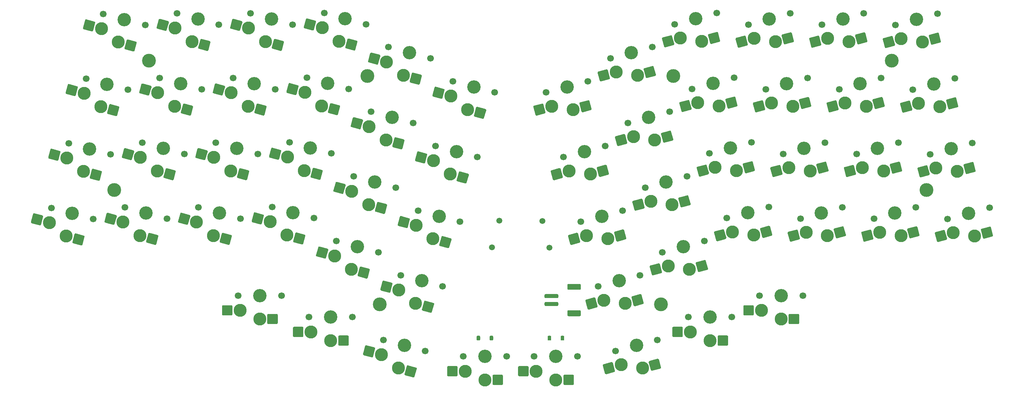
<source format=gbs>
G04 #@! TF.GenerationSoftware,KiCad,Pcbnew,7.0.9-7.0.9~ubuntu22.04.1*
G04 #@! TF.CreationDate,2023-12-21T13:29:14+01:00*
G04 #@! TF.ProjectId,ergo56,6572676f-3536-42e6-9b69-6361645f7063,0.1*
G04 #@! TF.SameCoordinates,Original*
G04 #@! TF.FileFunction,Soldermask,Bot*
G04 #@! TF.FilePolarity,Negative*
%FSLAX46Y46*%
G04 Gerber Fmt 4.6, Leading zero omitted, Abs format (unit mm)*
G04 Created by KiCad (PCBNEW 7.0.9-7.0.9~ubuntu22.04.1) date 2023-12-21 13:29:14*
%MOMM*%
%LPD*%
G01*
G04 APERTURE LIST*
%ADD10C,1.500000*%
%ADD11C,3.500000*%
%ADD12C,1.700000*%
%ADD13C,3.400000*%
%ADD14C,3.300000*%
G04 APERTURE END LIST*
D10*
X142971411Y-103387234D03*
X141159678Y-110148715D03*
D11*
X251294969Y-95575136D03*
X112672016Y-124571755D03*
X242495081Y-62733607D03*
X187139552Y-66624529D03*
D10*
X153924918Y-103401916D03*
X155736651Y-110163397D03*
D11*
X54194961Y-62692513D03*
X109539210Y-66624587D03*
X184007067Y-124571747D03*
X45395136Y-95534008D03*
D12*
X211301086Y-99857002D03*
D13*
X205988494Y-101280507D03*
D12*
X200675902Y-102704012D03*
D14*
X202129436Y-106196824D03*
G36*
G01*
X200005687Y-105689194D02*
X200544031Y-107698320D01*
G75*
G02*
X200360183Y-108016754I-251141J-67293D01*
G01*
X198302761Y-108568038D01*
G75*
G02*
X197984327Y-108384190I-67293J251141D01*
G01*
X197445983Y-106375064D01*
G75*
G02*
X197629831Y-106056630I251141J67293D01*
G01*
X199687253Y-105505346D01*
G75*
G02*
X200005687Y-105689194I67293J-251141D01*
G01*
G37*
G36*
G01*
X211673577Y-104840400D02*
X212211921Y-106849526D01*
G75*
G02*
X212028073Y-107167960I-251141J-67293D01*
G01*
X209970651Y-107719244D01*
G75*
G02*
X209652217Y-107535396I-67293J251141D01*
G01*
X209113873Y-105526270D01*
G75*
G02*
X209297721Y-105207836I251141J67293D01*
G01*
X211355143Y-104656552D01*
G75*
G02*
X211673577Y-104840400I67293J-251141D01*
G01*
G37*
X207528467Y-107027766D03*
D12*
X229961814Y-99953153D03*
D13*
X224649222Y-101376658D03*
D12*
X219336630Y-102800163D03*
D14*
X220790164Y-106292975D03*
G36*
G01*
X218666415Y-105785345D02*
X219204759Y-107794471D01*
G75*
G02*
X219020911Y-108112905I-251141J-67293D01*
G01*
X216963489Y-108664189D01*
G75*
G02*
X216645055Y-108480341I-67293J251141D01*
G01*
X216106711Y-106471215D01*
G75*
G02*
X216290559Y-106152781I251141J67293D01*
G01*
X218347981Y-105601497D01*
G75*
G02*
X218666415Y-105785345I67293J-251141D01*
G01*
G37*
G36*
G01*
X230334305Y-104936551D02*
X230872649Y-106945677D01*
G75*
G02*
X230688801Y-107264111I-251141J-67293D01*
G01*
X228631379Y-107815395D01*
G75*
G02*
X228312945Y-107631547I-67293J251141D01*
G01*
X227774601Y-105622421D01*
G75*
G02*
X227958449Y-105303987I251141J67293D01*
G01*
X230015871Y-104752703D01*
G75*
G02*
X230334305Y-104936551I67293J-251141D01*
G01*
G37*
X226189195Y-107123917D03*
D12*
X248598641Y-99960057D03*
D13*
X243286049Y-101383562D03*
D12*
X237973457Y-102807067D03*
D14*
X239426991Y-106299879D03*
G36*
G01*
X237303242Y-105792249D02*
X237841586Y-107801375D01*
G75*
G02*
X237657738Y-108119809I-251141J-67293D01*
G01*
X235600316Y-108671093D01*
G75*
G02*
X235281882Y-108487245I-67293J251141D01*
G01*
X234743538Y-106478119D01*
G75*
G02*
X234927386Y-106159685I251141J67293D01*
G01*
X236984808Y-105608401D01*
G75*
G02*
X237303242Y-105792249I67293J-251141D01*
G01*
G37*
G36*
G01*
X248971132Y-104943455D02*
X249509476Y-106952581D01*
G75*
G02*
X249325628Y-107271015I-251141J-67293D01*
G01*
X247268206Y-107822299D01*
G75*
G02*
X246949772Y-107638451I-67293J251141D01*
G01*
X246411428Y-105629325D01*
G75*
G02*
X246595276Y-105310891I251141J67293D01*
G01*
X248652698Y-104759607D01*
G75*
G02*
X248971132Y-104943455I67293J-251141D01*
G01*
G37*
X244826022Y-107130821D03*
D12*
X267259381Y-100056207D03*
D13*
X261946789Y-101479712D03*
D12*
X256634197Y-102903217D03*
D14*
X258087731Y-106396029D03*
G36*
G01*
X255963982Y-105888399D02*
X256502326Y-107897525D01*
G75*
G02*
X256318478Y-108215959I-251141J-67293D01*
G01*
X254261056Y-108767243D01*
G75*
G02*
X253942622Y-108583395I-67293J251141D01*
G01*
X253404278Y-106574269D01*
G75*
G02*
X253588126Y-106255835I251141J67293D01*
G01*
X255645548Y-105704551D01*
G75*
G02*
X255963982Y-105888399I67293J-251141D01*
G01*
G37*
G36*
G01*
X267631872Y-105039605D02*
X268170216Y-107048731D01*
G75*
G02*
X267986368Y-107367165I-251141J-67293D01*
G01*
X265928946Y-107918449D01*
G75*
G02*
X265610512Y-107734601I-67293J251141D01*
G01*
X265072168Y-105725475D01*
G75*
G02*
X265256016Y-105407041I251141J67293D01*
G01*
X267313438Y-104855757D01*
G75*
G02*
X267631872Y-105039605I67293J-251141D01*
G01*
G37*
X263486762Y-107226971D03*
D12*
X44455848Y-86523604D03*
D13*
X39143256Y-85100099D03*
D12*
X33830664Y-83676594D03*
D14*
X33343055Y-87428226D03*
G36*
G01*
X31757650Y-85926730D02*
X31219306Y-87935856D01*
G75*
G02*
X30900872Y-88119704I-251141J67293D01*
G01*
X28843450Y-87568420D01*
G75*
G02*
X28659602Y-87249986I67293J251141D01*
G01*
X29197946Y-85240860D01*
G75*
G02*
X29516380Y-85057012I251141J-67293D01*
G01*
X31573802Y-85608296D01*
G75*
G02*
X31757650Y-85926730I-67293J-251141D01*
G01*
G37*
G36*
G01*
X42286736Y-91025597D02*
X41748392Y-93034723D01*
G75*
G02*
X41429958Y-93218571I-251141J67293D01*
G01*
X39372536Y-92667287D01*
G75*
G02*
X39188688Y-92348853I67293J251141D01*
G01*
X39727032Y-90339727D01*
G75*
G02*
X40045466Y-90155879I251141J-67293D01*
G01*
X42102888Y-90707163D01*
G75*
G02*
X42286736Y-91025597I-67293J-251141D01*
G01*
G37*
X37603283Y-90847358D03*
D12*
X63127710Y-86385915D03*
D13*
X57815118Y-84962410D03*
D12*
X52502526Y-83538905D03*
D14*
X52014917Y-87290537D03*
G36*
G01*
X50429512Y-85789041D02*
X49891168Y-87798167D01*
G75*
G02*
X49572734Y-87982015I-251141J67293D01*
G01*
X47515312Y-87430731D01*
G75*
G02*
X47331464Y-87112297I67293J251141D01*
G01*
X47869808Y-85103171D01*
G75*
G02*
X48188242Y-84919323I251141J-67293D01*
G01*
X50245664Y-85470607D01*
G75*
G02*
X50429512Y-85789041I-67293J-251141D01*
G01*
G37*
G36*
G01*
X60958598Y-90887908D02*
X60420254Y-92897034D01*
G75*
G02*
X60101820Y-93080882I-251141J67293D01*
G01*
X58044398Y-92529598D01*
G75*
G02*
X57860550Y-92211164I67293J251141D01*
G01*
X58398894Y-90202038D01*
G75*
G02*
X58717328Y-90018190I251141J-67293D01*
G01*
X60774750Y-90569474D01*
G75*
G02*
X60958598Y-90887908I-67293J-251141D01*
G01*
G37*
X56275145Y-90709669D03*
D12*
X81764420Y-86379414D03*
D13*
X76451828Y-84955909D03*
D12*
X71139236Y-83532404D03*
D14*
X70651627Y-87284036D03*
G36*
G01*
X69066222Y-85782540D02*
X68527878Y-87791666D01*
G75*
G02*
X68209444Y-87975514I-251141J67293D01*
G01*
X66152022Y-87424230D01*
G75*
G02*
X65968174Y-87105796I67293J251141D01*
G01*
X66506518Y-85096670D01*
G75*
G02*
X66824952Y-84912822I251141J-67293D01*
G01*
X68882374Y-85464106D01*
G75*
G02*
X69066222Y-85782540I-67293J-251141D01*
G01*
G37*
G36*
G01*
X79595308Y-90881407D02*
X79056964Y-92890533D01*
G75*
G02*
X78738530Y-93074381I-251141J67293D01*
G01*
X76681108Y-92523097D01*
G75*
G02*
X76497260Y-92204663I67293J251141D01*
G01*
X77035604Y-90195537D01*
G75*
G02*
X77354038Y-90011689I251141J-67293D01*
G01*
X79411460Y-90562973D01*
G75*
G02*
X79595308Y-90881407I-67293J-251141D01*
G01*
G37*
X74911855Y-90703168D03*
D12*
X116736261Y-94956036D03*
D13*
X111423669Y-93532531D03*
D12*
X106111077Y-92109026D03*
D14*
X105623468Y-95860658D03*
G36*
G01*
X104038063Y-94359162D02*
X103499719Y-96368288D01*
G75*
G02*
X103181285Y-96552136I-251141J67293D01*
G01*
X101123863Y-96000852D01*
G75*
G02*
X100940015Y-95682418I67293J251141D01*
G01*
X101478359Y-93673292D01*
G75*
G02*
X101796793Y-93489444I251141J-67293D01*
G01*
X103854215Y-94040728D01*
G75*
G02*
X104038063Y-94359162I-67293J-251141D01*
G01*
G37*
G36*
G01*
X114567149Y-99458029D02*
X114028805Y-101467155D01*
G75*
G02*
X113710371Y-101651003I-251141J67293D01*
G01*
X111652949Y-101099719D01*
G75*
G02*
X111469101Y-100781285I67293J251141D01*
G01*
X112007445Y-98772159D01*
G75*
G02*
X112325879Y-98588311I251141J-67293D01*
G01*
X114383301Y-99139595D01*
G75*
G02*
X114567149Y-99458029I-67293J-251141D01*
G01*
G37*
X109883696Y-99279790D03*
D12*
X133047381Y-103628815D03*
D13*
X127734789Y-102205310D03*
D12*
X122422197Y-100781805D03*
D14*
X121934588Y-104533437D03*
G36*
G01*
X120349183Y-103031941D02*
X119810839Y-105041067D01*
G75*
G02*
X119492405Y-105224915I-251141J67293D01*
G01*
X117434983Y-104673631D01*
G75*
G02*
X117251135Y-104355197I67293J251141D01*
G01*
X117789479Y-102346071D01*
G75*
G02*
X118107913Y-102162223I251141J-67293D01*
G01*
X120165335Y-102713507D01*
G75*
G02*
X120349183Y-103031941I-67293J-251141D01*
G01*
G37*
G36*
G01*
X130878269Y-108130808D02*
X130339925Y-110139934D01*
G75*
G02*
X130021491Y-110323782I-251141J67293D01*
G01*
X127964069Y-109772498D01*
G75*
G02*
X127780221Y-109454064I67293J251141D01*
G01*
X128318565Y-107444938D01*
G75*
G02*
X128636999Y-107261090I251141J-67293D01*
G01*
X130694421Y-107812374D01*
G75*
G02*
X130878269Y-108130808I-67293J-251141D01*
G01*
G37*
X126194816Y-107952569D03*
D12*
X174278945Y-100781800D03*
D13*
X168966353Y-102205305D03*
D12*
X163653761Y-103628810D03*
D14*
X165107295Y-107121622D03*
G36*
G01*
X162983546Y-106613992D02*
X163521890Y-108623118D01*
G75*
G02*
X163338042Y-108941552I-251141J-67293D01*
G01*
X161280620Y-109492836D01*
G75*
G02*
X160962186Y-109308988I-67293J251141D01*
G01*
X160423842Y-107299862D01*
G75*
G02*
X160607690Y-106981428I251141J67293D01*
G01*
X162665112Y-106430144D01*
G75*
G02*
X162983546Y-106613992I67293J-251141D01*
G01*
G37*
G36*
G01*
X174651436Y-105765198D02*
X175189780Y-107774324D01*
G75*
G02*
X175005932Y-108092758I-251141J-67293D01*
G01*
X172948510Y-108644042D01*
G75*
G02*
X172630076Y-108460194I-67293J251141D01*
G01*
X172091732Y-106451068D01*
G75*
G02*
X172275580Y-106132634I251141J67293D01*
G01*
X174333002Y-105581350D01*
G75*
G02*
X174651436Y-105765198I67293J-251141D01*
G01*
G37*
X170506326Y-107952564D03*
D12*
X137447294Y-87208078D03*
D13*
X132134702Y-85784573D03*
D12*
X126822110Y-84361068D03*
D14*
X126334501Y-88112700D03*
G36*
G01*
X124749096Y-86611204D02*
X124210752Y-88620330D01*
G75*
G02*
X123892318Y-88804178I-251141J67293D01*
G01*
X121834896Y-88252894D01*
G75*
G02*
X121651048Y-87934460I67293J251141D01*
G01*
X122189392Y-85925334D01*
G75*
G02*
X122507826Y-85741486I251141J-67293D01*
G01*
X124565248Y-86292770D01*
G75*
G02*
X124749096Y-86611204I-67293J-251141D01*
G01*
G37*
G36*
G01*
X135278182Y-91710071D02*
X134739838Y-93719197D01*
G75*
G02*
X134421404Y-93903045I-251141J67293D01*
G01*
X132363982Y-93351761D01*
G75*
G02*
X132180134Y-93033327I67293J251141D01*
G01*
X132718478Y-91024201D01*
G75*
G02*
X133036912Y-90840353I251141J-67293D01*
G01*
X135094334Y-91391637D01*
G75*
G02*
X135278182Y-91710071I-67293J-251141D01*
G01*
G37*
X130594729Y-91531832D03*
D12*
X100425155Y-86283271D03*
D13*
X95112563Y-84859766D03*
D12*
X89799971Y-83436261D03*
D14*
X89312362Y-87187893D03*
G36*
G01*
X87726957Y-85686397D02*
X87188613Y-87695523D01*
G75*
G02*
X86870179Y-87879371I-251141J67293D01*
G01*
X84812757Y-87328087D01*
G75*
G02*
X84628909Y-87009653I67293J251141D01*
G01*
X85167253Y-85000527D01*
G75*
G02*
X85485687Y-84816679I251141J-67293D01*
G01*
X87543109Y-85367963D01*
G75*
G02*
X87726957Y-85686397I-67293J-251141D01*
G01*
G37*
G36*
G01*
X98256043Y-90785264D02*
X97717699Y-92794390D01*
G75*
G02*
X97399265Y-92978238I-251141J67293D01*
G01*
X95341843Y-92426954D01*
G75*
G02*
X95157995Y-92108520I67293J251141D01*
G01*
X95696339Y-90099394D01*
G75*
G02*
X96014773Y-89915546I251141J-67293D01*
G01*
X98072195Y-90466830D01*
G75*
G02*
X98256043Y-90785264I-67293J-251141D01*
G01*
G37*
X93572590Y-90607025D03*
D12*
X190590053Y-92109034D03*
D13*
X185277461Y-93532539D03*
D12*
X179964869Y-94956044D03*
D14*
X181418403Y-98448856D03*
G36*
G01*
X179294654Y-97941226D02*
X179832998Y-99950352D01*
G75*
G02*
X179649150Y-100268786I-251141J-67293D01*
G01*
X177591728Y-100820070D01*
G75*
G02*
X177273294Y-100636222I-67293J251141D01*
G01*
X176734950Y-98627096D01*
G75*
G02*
X176918798Y-98308662I251141J67293D01*
G01*
X178976220Y-97757378D01*
G75*
G02*
X179294654Y-97941226I67293J-251141D01*
G01*
G37*
G36*
G01*
X190962544Y-97092432D02*
X191500888Y-99101558D01*
G75*
G02*
X191317040Y-99419992I-251141J-67293D01*
G01*
X189259618Y-99971276D01*
G75*
G02*
X188941184Y-99787428I-67293J251141D01*
G01*
X188402840Y-97778302D01*
G75*
G02*
X188586688Y-97459868I251141J67293D01*
G01*
X190644110Y-96908584D01*
G75*
G02*
X190962544Y-97092432I67293J-251141D01*
G01*
G37*
X186817434Y-99279798D03*
D12*
X206901169Y-83436261D03*
D13*
X201588577Y-84859766D03*
D12*
X196275985Y-86283271D03*
D14*
X197729519Y-89776083D03*
G36*
G01*
X195605770Y-89268453D02*
X196144114Y-91277579D01*
G75*
G02*
X195960266Y-91596013I-251141J-67293D01*
G01*
X193902844Y-92147297D01*
G75*
G02*
X193584410Y-91963449I-67293J251141D01*
G01*
X193046066Y-89954323D01*
G75*
G02*
X193229914Y-89635889I251141J67293D01*
G01*
X195287336Y-89084605D01*
G75*
G02*
X195605770Y-89268453I67293J-251141D01*
G01*
G37*
G36*
G01*
X207273660Y-88419659D02*
X207812004Y-90428785D01*
G75*
G02*
X207628156Y-90747219I-251141J-67293D01*
G01*
X205570734Y-91298503D01*
G75*
G02*
X205252300Y-91114655I-67293J251141D01*
G01*
X204713956Y-89105529D01*
G75*
G02*
X204897804Y-88787095I251141J67293D01*
G01*
X206955226Y-88235811D01*
G75*
G02*
X207273660Y-88419659I67293J-251141D01*
G01*
G37*
X203128550Y-90607025D03*
D12*
X225561905Y-83532411D03*
D13*
X220249313Y-84955916D03*
D12*
X214936721Y-86379421D03*
D14*
X216390255Y-89872233D03*
G36*
G01*
X214266506Y-89364603D02*
X214804850Y-91373729D01*
G75*
G02*
X214621002Y-91692163I-251141J-67293D01*
G01*
X212563580Y-92243447D01*
G75*
G02*
X212245146Y-92059599I-67293J251141D01*
G01*
X211706802Y-90050473D01*
G75*
G02*
X211890650Y-89732039I251141J67293D01*
G01*
X213948072Y-89180755D01*
G75*
G02*
X214266506Y-89364603I67293J-251141D01*
G01*
G37*
G36*
G01*
X225934396Y-88515809D02*
X226472740Y-90524935D01*
G75*
G02*
X226288892Y-90843369I-251141J-67293D01*
G01*
X224231470Y-91394653D01*
G75*
G02*
X223913036Y-91210805I-67293J251141D01*
G01*
X223374692Y-89201679D01*
G75*
G02*
X223558540Y-88883245I251141J67293D01*
G01*
X225615962Y-88331961D01*
G75*
G02*
X225934396Y-88515809I67293J-251141D01*
G01*
G37*
X221789286Y-90703175D03*
D12*
X244198716Y-83539319D03*
D13*
X238886124Y-84962824D03*
D12*
X233573532Y-86386329D03*
D14*
X235027066Y-89879141D03*
G36*
G01*
X232903317Y-89371511D02*
X233441661Y-91380637D01*
G75*
G02*
X233257813Y-91699071I-251141J-67293D01*
G01*
X231200391Y-92250355D01*
G75*
G02*
X230881957Y-92066507I-67293J251141D01*
G01*
X230343613Y-90057381D01*
G75*
G02*
X230527461Y-89738947I251141J67293D01*
G01*
X232584883Y-89187663D01*
G75*
G02*
X232903317Y-89371511I67293J-251141D01*
G01*
G37*
G36*
G01*
X244571207Y-88522717D02*
X245109551Y-90531843D01*
G75*
G02*
X244925703Y-90850277I-251141J-67293D01*
G01*
X242868281Y-91401561D01*
G75*
G02*
X242549847Y-91217713I-67293J251141D01*
G01*
X242011503Y-89208587D01*
G75*
G02*
X242195351Y-88890153I251141J67293D01*
G01*
X244252773Y-88338869D01*
G75*
G02*
X244571207Y-88522717I67293J-251141D01*
G01*
G37*
X240426097Y-90710083D03*
D12*
X262859459Y-83635467D03*
D13*
X257546867Y-85058972D03*
D12*
X252234275Y-86482477D03*
D14*
X253687809Y-89975289D03*
G36*
G01*
X251564060Y-89467659D02*
X252102404Y-91476785D01*
G75*
G02*
X251918556Y-91795219I-251141J-67293D01*
G01*
X249861134Y-92346503D01*
G75*
G02*
X249542700Y-92162655I-67293J251141D01*
G01*
X249004356Y-90153529D01*
G75*
G02*
X249188204Y-89835095I251141J67293D01*
G01*
X251245626Y-89283811D01*
G75*
G02*
X251564060Y-89467659I67293J-251141D01*
G01*
G37*
G36*
G01*
X263231950Y-88618865D02*
X263770294Y-90627991D01*
G75*
G02*
X263586446Y-90946425I-251141J-67293D01*
G01*
X261529024Y-91497709D01*
G75*
G02*
X261210590Y-91313861I-67293J251141D01*
G01*
X260672246Y-89304735D01*
G75*
G02*
X260856094Y-88986301I251141J67293D01*
G01*
X262913516Y-88435017D01*
G75*
G02*
X263231950Y-88618865I67293J-251141D01*
G01*
G37*
X259086840Y-90806231D03*
D12*
X48855772Y-70102858D03*
D13*
X43543180Y-68679353D03*
D12*
X38230588Y-67255848D03*
D14*
X37742979Y-71007480D03*
G36*
G01*
X36157574Y-69505984D02*
X35619230Y-71515110D01*
G75*
G02*
X35300796Y-71698958I-251141J67293D01*
G01*
X33243374Y-71147674D01*
G75*
G02*
X33059526Y-70829240I67293J251141D01*
G01*
X33597870Y-68820114D01*
G75*
G02*
X33916304Y-68636266I251141J-67293D01*
G01*
X35973726Y-69187550D01*
G75*
G02*
X36157574Y-69505984I-67293J-251141D01*
G01*
G37*
G36*
G01*
X46686660Y-74604851D02*
X46148316Y-76613977D01*
G75*
G02*
X45829882Y-76797825I-251141J67293D01*
G01*
X43772460Y-76246541D01*
G75*
G02*
X43588612Y-75928107I67293J251141D01*
G01*
X44126956Y-73918981D01*
G75*
G02*
X44445390Y-73735133I251141J-67293D01*
G01*
X46502812Y-74286417D01*
G75*
G02*
X46686660Y-74604851I-67293J-251141D01*
G01*
G37*
X42003207Y-74426612D03*
D12*
X183078809Y-133622963D03*
D13*
X177766217Y-135046468D03*
D12*
X172453625Y-136469973D03*
D14*
X173907159Y-139962785D03*
G36*
G01*
X171783410Y-139455155D02*
X172321754Y-141464281D01*
G75*
G02*
X172137906Y-141782715I-251141J-67293D01*
G01*
X170080484Y-142333999D01*
G75*
G02*
X169762050Y-142150151I-67293J251141D01*
G01*
X169223706Y-140141025D01*
G75*
G02*
X169407554Y-139822591I251141J67293D01*
G01*
X171464976Y-139271307D01*
G75*
G02*
X171783410Y-139455155I67293J-251141D01*
G01*
G37*
G36*
G01*
X183451300Y-138606361D02*
X183989644Y-140615487D01*
G75*
G02*
X183805796Y-140933921I-251141J-67293D01*
G01*
X181748374Y-141485205D01*
G75*
G02*
X181429940Y-141301357I-67293J251141D01*
G01*
X180891596Y-139292231D01*
G75*
G02*
X181075444Y-138973797I251141J67293D01*
G01*
X183132866Y-138422513D01*
G75*
G02*
X183451300Y-138606361I67293J-251141D01*
G01*
G37*
X179306190Y-140793727D03*
D12*
X67527634Y-69965183D03*
D13*
X62215042Y-68541678D03*
D12*
X56902450Y-67118173D03*
D14*
X56414841Y-70869805D03*
G36*
G01*
X54829436Y-69368309D02*
X54291092Y-71377435D01*
G75*
G02*
X53972658Y-71561283I-251141J67293D01*
G01*
X51915236Y-71009999D01*
G75*
G02*
X51731388Y-70691565I67293J251141D01*
G01*
X52269732Y-68682439D01*
G75*
G02*
X52588166Y-68498591I251141J-67293D01*
G01*
X54645588Y-69049875D01*
G75*
G02*
X54829436Y-69368309I-67293J-251141D01*
G01*
G37*
G36*
G01*
X65358522Y-74467176D02*
X64820178Y-76476302D01*
G75*
G02*
X64501744Y-76660150I-251141J67293D01*
G01*
X62444322Y-76108866D01*
G75*
G02*
X62260474Y-75790432I67293J251141D01*
G01*
X62798818Y-73781306D01*
G75*
G02*
X63117252Y-73597458I251141J-67293D01*
G01*
X65174674Y-74148742D01*
G75*
G02*
X65358522Y-74467176I-67293J-251141D01*
G01*
G37*
X60675069Y-74288937D03*
D12*
X258459519Y-67214719D03*
D13*
X253146927Y-68638224D03*
D12*
X247834335Y-70061729D03*
D14*
X249287869Y-73554541D03*
G36*
G01*
X247164120Y-73046911D02*
X247702464Y-75056037D01*
G75*
G02*
X247518616Y-75374471I-251141J-67293D01*
G01*
X245461194Y-75925755D01*
G75*
G02*
X245142760Y-75741907I-67293J251141D01*
G01*
X244604416Y-73732781D01*
G75*
G02*
X244788264Y-73414347I251141J67293D01*
G01*
X246845686Y-72863063D01*
G75*
G02*
X247164120Y-73046911I67293J-251141D01*
G01*
G37*
G36*
G01*
X258832010Y-72198117D02*
X259370354Y-74207243D01*
G75*
G02*
X259186506Y-74525677I-251141J-67293D01*
G01*
X257129084Y-75076961D01*
G75*
G02*
X256810650Y-74893113I-67293J251141D01*
G01*
X256272306Y-72883987D01*
G75*
G02*
X256456154Y-72565553I251141J67293D01*
G01*
X258513576Y-72014269D01*
G75*
G02*
X258832010Y-72198117I67293J-251141D01*
G01*
G37*
X254686900Y-74385483D03*
D12*
X186190134Y-75688295D03*
D13*
X180877542Y-77111800D03*
D12*
X175564950Y-78535305D03*
D14*
X177018484Y-82028117D03*
G36*
G01*
X174894735Y-81520487D02*
X175433079Y-83529613D01*
G75*
G02*
X175249231Y-83848047I-251141J-67293D01*
G01*
X173191809Y-84399331D01*
G75*
G02*
X172873375Y-84215483I-67293J251141D01*
G01*
X172335031Y-82206357D01*
G75*
G02*
X172518879Y-81887923I251141J67293D01*
G01*
X174576301Y-81336639D01*
G75*
G02*
X174894735Y-81520487I67293J-251141D01*
G01*
G37*
G36*
G01*
X186562625Y-80671693D02*
X187100969Y-82680819D01*
G75*
G02*
X186917121Y-82999253I-251141J-67293D01*
G01*
X184859699Y-83550537D01*
G75*
G02*
X184541265Y-83366689I-67293J251141D01*
G01*
X184002921Y-81357563D01*
G75*
G02*
X184186769Y-81039129I251141J67293D01*
G01*
X186244191Y-80487845D01*
G75*
G02*
X186562625Y-80671693I67293J-251141D01*
G01*
G37*
X182417515Y-82859059D03*
D12*
X202501241Y-67015521D03*
D13*
X197188649Y-68439026D03*
D12*
X191876057Y-69862531D03*
D14*
X193329591Y-73355343D03*
G36*
G01*
X191205842Y-72847713D02*
X191744186Y-74856839D01*
G75*
G02*
X191560338Y-75175273I-251141J-67293D01*
G01*
X189502916Y-75726557D01*
G75*
G02*
X189184482Y-75542709I-67293J251141D01*
G01*
X188646138Y-73533583D01*
G75*
G02*
X188829986Y-73215149I251141J67293D01*
G01*
X190887408Y-72663865D01*
G75*
G02*
X191205842Y-72847713I67293J-251141D01*
G01*
G37*
G36*
G01*
X202873732Y-71998919D02*
X203412076Y-74008045D01*
G75*
G02*
X203228228Y-74326479I-251141J-67293D01*
G01*
X201170806Y-74877763D01*
G75*
G02*
X200852372Y-74693915I-67293J251141D01*
G01*
X200314028Y-72684789D01*
G75*
G02*
X200497876Y-72366355I251141J67293D01*
G01*
X202555298Y-71815071D01*
G75*
G02*
X202873732Y-71998919I67293J-251141D01*
G01*
G37*
X198728622Y-74186285D03*
D12*
X121136190Y-78535301D03*
D13*
X115823598Y-77111796D03*
D12*
X110511006Y-75688291D03*
D14*
X110023397Y-79439923D03*
G36*
G01*
X108437992Y-77938427D02*
X107899648Y-79947553D01*
G75*
G02*
X107581214Y-80131401I-251141J67293D01*
G01*
X105523792Y-79580117D01*
G75*
G02*
X105339944Y-79261683I67293J251141D01*
G01*
X105878288Y-77252557D01*
G75*
G02*
X106196722Y-77068709I251141J-67293D01*
G01*
X108254144Y-77619993D01*
G75*
G02*
X108437992Y-77938427I-67293J-251141D01*
G01*
G37*
G36*
G01*
X118967078Y-83037294D02*
X118428734Y-85046420D01*
G75*
G02*
X118110300Y-85230268I-251141J67293D01*
G01*
X116052878Y-84678984D01*
G75*
G02*
X115869030Y-84360550I67293J251141D01*
G01*
X116407374Y-82351424D01*
G75*
G02*
X116725808Y-82167576I251141J-67293D01*
G01*
X118783230Y-82718860D01*
G75*
G02*
X118967078Y-83037294I-67293J-251141D01*
G01*
G37*
X114283625Y-82859055D03*
D12*
X128647451Y-120049550D03*
D13*
X123334859Y-118626045D03*
D12*
X118022267Y-117202540D03*
D14*
X117534658Y-120954172D03*
G36*
G01*
X115949253Y-119452676D02*
X115410909Y-121461802D01*
G75*
G02*
X115092475Y-121645650I-251141J67293D01*
G01*
X113035053Y-121094366D01*
G75*
G02*
X112851205Y-120775932I67293J251141D01*
G01*
X113389549Y-118766806D01*
G75*
G02*
X113707983Y-118582958I251141J-67293D01*
G01*
X115765405Y-119134242D01*
G75*
G02*
X115949253Y-119452676I-67293J-251141D01*
G01*
G37*
G36*
G01*
X126478339Y-124551543D02*
X125939995Y-126560669D01*
G75*
G02*
X125621561Y-126744517I-251141J67293D01*
G01*
X123564139Y-126193233D01*
G75*
G02*
X123380291Y-125874799I67293J251141D01*
G01*
X123918635Y-123865673D01*
G75*
G02*
X124237069Y-123681825I251141J-67293D01*
G01*
X126294491Y-124233109D01*
G75*
G02*
X126478339Y-124551543I-67293J-251141D01*
G01*
G37*
X121794886Y-124373304D03*
D12*
X239798806Y-67118579D03*
D13*
X234486214Y-68542084D03*
D12*
X229173622Y-69965589D03*
D14*
X230627156Y-73458401D03*
G36*
G01*
X228503407Y-72950771D02*
X229041751Y-74959897D01*
G75*
G02*
X228857903Y-75278331I-251141J-67293D01*
G01*
X226800481Y-75829615D01*
G75*
G02*
X226482047Y-75645767I-67293J251141D01*
G01*
X225943703Y-73636641D01*
G75*
G02*
X226127551Y-73318207I251141J67293D01*
G01*
X228184973Y-72766923D01*
G75*
G02*
X228503407Y-72950771I67293J-251141D01*
G01*
G37*
G36*
G01*
X240171297Y-72101977D02*
X240709641Y-74111103D01*
G75*
G02*
X240525793Y-74429537I-251141J-67293D01*
G01*
X238468371Y-74980821D01*
G75*
G02*
X238149937Y-74796973I-67293J251141D01*
G01*
X237611593Y-72787847D01*
G75*
G02*
X237795441Y-72469413I251141J67293D01*
G01*
X239852863Y-71918129D01*
G75*
G02*
X240171297Y-72101977I67293J-251141D01*
G01*
G37*
X236026187Y-74289343D03*
D12*
X86164341Y-69958683D03*
D13*
X80851749Y-68535178D03*
D12*
X75539157Y-67111673D03*
D14*
X75051548Y-70863305D03*
G36*
G01*
X73466143Y-69361809D02*
X72927799Y-71370935D01*
G75*
G02*
X72609365Y-71554783I-251141J67293D01*
G01*
X70551943Y-71003499D01*
G75*
G02*
X70368095Y-70685065I67293J251141D01*
G01*
X70906439Y-68675939D01*
G75*
G02*
X71224873Y-68492091I251141J-67293D01*
G01*
X73282295Y-69043375D01*
G75*
G02*
X73466143Y-69361809I-67293J-251141D01*
G01*
G37*
G36*
G01*
X83995229Y-74460676D02*
X83456885Y-76469802D01*
G75*
G02*
X83138451Y-76653650I-251141J67293D01*
G01*
X81081029Y-76102366D01*
G75*
G02*
X80897181Y-75783932I67293J251141D01*
G01*
X81435525Y-73774806D01*
G75*
G02*
X81753959Y-73590958I251141J-67293D01*
G01*
X83811381Y-74142242D01*
G75*
G02*
X83995229Y-74460676I-67293J-251141D01*
G01*
G37*
X79311776Y-74282437D03*
D12*
X104825079Y-69862541D03*
D13*
X99512487Y-68439036D03*
D12*
X94199895Y-67015531D03*
D14*
X93712286Y-70767163D03*
G36*
G01*
X92126881Y-69265667D02*
X91588537Y-71274793D01*
G75*
G02*
X91270103Y-71458641I-251141J67293D01*
G01*
X89212681Y-70907357D01*
G75*
G02*
X89028833Y-70588923I67293J251141D01*
G01*
X89567177Y-68579797D01*
G75*
G02*
X89885611Y-68395949I251141J-67293D01*
G01*
X91943033Y-68947233D01*
G75*
G02*
X92126881Y-69265667I-67293J-251141D01*
G01*
G37*
G36*
G01*
X102655967Y-74364534D02*
X102117623Y-76373660D01*
G75*
G02*
X101799189Y-76557508I-251141J67293D01*
G01*
X99741767Y-76006224D01*
G75*
G02*
X99557919Y-75687790I67293J251141D01*
G01*
X100096263Y-73678664D01*
G75*
G02*
X100414697Y-73494816I251141J-67293D01*
G01*
X102472119Y-74046100D01*
G75*
G02*
X102655967Y-74364534I-67293J-251141D01*
G01*
G37*
X97972514Y-74186295D03*
D12*
X40055916Y-102944347D03*
D13*
X34743324Y-101520842D03*
D12*
X29430732Y-100097337D03*
D14*
X28943123Y-103848969D03*
G36*
G01*
X27357718Y-102347473D02*
X26819374Y-104356599D01*
G75*
G02*
X26500940Y-104540447I-251141J67293D01*
G01*
X24443518Y-103989163D01*
G75*
G02*
X24259670Y-103670729I67293J251141D01*
G01*
X24798014Y-101661603D01*
G75*
G02*
X25116448Y-101477755I251141J-67293D01*
G01*
X27173870Y-102029039D01*
G75*
G02*
X27357718Y-102347473I-67293J-251141D01*
G01*
G37*
G36*
G01*
X37886804Y-107446340D02*
X37348460Y-109455466D01*
G75*
G02*
X37030026Y-109639314I-251141J67293D01*
G01*
X34972604Y-109088030D01*
G75*
G02*
X34788756Y-108769596I67293J251141D01*
G01*
X35327100Y-106760470D01*
G75*
G02*
X35645534Y-106576622I251141J-67293D01*
G01*
X37702956Y-107127906D01*
G75*
G02*
X37886804Y-107446340I-67293J-251141D01*
G01*
G37*
X33203351Y-107268101D03*
D12*
X58727776Y-102806654D03*
D13*
X53415184Y-101383149D03*
D12*
X48102592Y-99959644D03*
D14*
X47614983Y-103711276D03*
G36*
G01*
X46029578Y-102209780D02*
X45491234Y-104218906D01*
G75*
G02*
X45172800Y-104402754I-251141J67293D01*
G01*
X43115378Y-103851470D01*
G75*
G02*
X42931530Y-103533036I67293J251141D01*
G01*
X43469874Y-101523910D01*
G75*
G02*
X43788308Y-101340062I251141J-67293D01*
G01*
X45845730Y-101891346D01*
G75*
G02*
X46029578Y-102209780I-67293J-251141D01*
G01*
G37*
G36*
G01*
X56558664Y-107308647D02*
X56020320Y-109317773D01*
G75*
G02*
X55701886Y-109501621I-251141J67293D01*
G01*
X53644464Y-108950337D01*
G75*
G02*
X53460616Y-108631903I67293J251141D01*
G01*
X53998960Y-106622777D01*
G75*
G02*
X54317394Y-106438929I251141J-67293D01*
G01*
X56374816Y-106990213D01*
G75*
G02*
X56558664Y-107308647I-67293J-251141D01*
G01*
G37*
X51875211Y-107130408D03*
D12*
X77364501Y-102800164D03*
D13*
X72051909Y-101376659D03*
D12*
X66739317Y-99953154D03*
D14*
X66251708Y-103704786D03*
G36*
G01*
X64666303Y-102203290D02*
X64127959Y-104212416D01*
G75*
G02*
X63809525Y-104396264I-251141J67293D01*
G01*
X61752103Y-103844980D01*
G75*
G02*
X61568255Y-103526546I67293J251141D01*
G01*
X62106599Y-101517420D01*
G75*
G02*
X62425033Y-101333572I251141J-67293D01*
G01*
X64482455Y-101884856D01*
G75*
G02*
X64666303Y-102203290I-67293J-251141D01*
G01*
G37*
G36*
G01*
X75195389Y-107302157D02*
X74657045Y-109311283D01*
G75*
G02*
X74338611Y-109495131I-251141J67293D01*
G01*
X72281189Y-108943847D01*
G75*
G02*
X72097341Y-108625413I67293J251141D01*
G01*
X72635685Y-106616287D01*
G75*
G02*
X72954119Y-106432439I251141J-67293D01*
G01*
X75011541Y-106983723D01*
G75*
G02*
X75195389Y-107302157I-67293J-251141D01*
G01*
G37*
X70511936Y-107123918D03*
D12*
X96025236Y-102704022D03*
D13*
X90712644Y-101280517D03*
D12*
X85400052Y-99857012D03*
D14*
X84912443Y-103608644D03*
G36*
G01*
X83327038Y-102107148D02*
X82788694Y-104116274D01*
G75*
G02*
X82470260Y-104300122I-251141J67293D01*
G01*
X80412838Y-103748838D01*
G75*
G02*
X80228990Y-103430404I67293J251141D01*
G01*
X80767334Y-101421278D01*
G75*
G02*
X81085768Y-101237430I251141J-67293D01*
G01*
X83143190Y-101788714D01*
G75*
G02*
X83327038Y-102107148I-67293J-251141D01*
G01*
G37*
G36*
G01*
X93856124Y-107206015D02*
X93317780Y-109215141D01*
G75*
G02*
X92999346Y-109398989I-251141J67293D01*
G01*
X90941924Y-108847705D01*
G75*
G02*
X90758076Y-108529271I67293J251141D01*
G01*
X91296420Y-106520145D01*
G75*
G02*
X91614854Y-106336297I251141J-67293D01*
G01*
X93672276Y-106887581D01*
G75*
G02*
X93856124Y-107206015I-67293J-251141D01*
G01*
G37*
X89172671Y-107027776D03*
D12*
X112336346Y-111376773D03*
D13*
X107023754Y-109953268D03*
D12*
X101711162Y-108529763D03*
D14*
X101223553Y-112281395D03*
G36*
G01*
X99638148Y-110779899D02*
X99099804Y-112789025D01*
G75*
G02*
X98781370Y-112972873I-251141J67293D01*
G01*
X96723948Y-112421589D01*
G75*
G02*
X96540100Y-112103155I67293J251141D01*
G01*
X97078444Y-110094029D01*
G75*
G02*
X97396878Y-109910181I251141J-67293D01*
G01*
X99454300Y-110461465D01*
G75*
G02*
X99638148Y-110779899I-67293J-251141D01*
G01*
G37*
G36*
G01*
X110167234Y-115878766D02*
X109628890Y-117887892D01*
G75*
G02*
X109310456Y-118071740I-251141J67293D01*
G01*
X107253034Y-117520456D01*
G75*
G02*
X107069186Y-117202022I67293J251141D01*
G01*
X107607530Y-115192896D01*
G75*
G02*
X107925964Y-115009048I251141J-67293D01*
G01*
X109983386Y-115560332D01*
G75*
G02*
X110167234Y-115878766I-67293J-251141D01*
G01*
G37*
X105483781Y-115700527D03*
D12*
X178678879Y-117202549D03*
D13*
X173366287Y-118626054D03*
D12*
X168053695Y-120049559D03*
D14*
X169507229Y-123542371D03*
G36*
G01*
X167383480Y-123034741D02*
X167921824Y-125043867D01*
G75*
G02*
X167737976Y-125362301I-251141J-67293D01*
G01*
X165680554Y-125913585D01*
G75*
G02*
X165362120Y-125729737I-67293J251141D01*
G01*
X164823776Y-123720611D01*
G75*
G02*
X165007624Y-123402177I251141J67293D01*
G01*
X167065046Y-122850893D01*
G75*
G02*
X167383480Y-123034741I67293J-251141D01*
G01*
G37*
G36*
G01*
X179051370Y-122185947D02*
X179589714Y-124195073D01*
G75*
G02*
X179405866Y-124513507I-251141J-67293D01*
G01*
X177348444Y-125064791D01*
G75*
G02*
X177030010Y-124880943I-67293J251141D01*
G01*
X176491666Y-122871817D01*
G75*
G02*
X176675514Y-122553383I251141J67293D01*
G01*
X178732936Y-122002099D01*
G75*
G02*
X179051370Y-122185947I67293J-251141D01*
G01*
G37*
X174906260Y-124373313D03*
D12*
X194989982Y-108529773D03*
D13*
X189677390Y-109953278D03*
D12*
X184364798Y-111376783D03*
D14*
X185818332Y-114869595D03*
G36*
G01*
X183694583Y-114361965D02*
X184232927Y-116371091D01*
G75*
G02*
X184049079Y-116689525I-251141J-67293D01*
G01*
X181991657Y-117240809D01*
G75*
G02*
X181673223Y-117056961I-67293J251141D01*
G01*
X181134879Y-115047835D01*
G75*
G02*
X181318727Y-114729401I251141J67293D01*
G01*
X183376149Y-114178117D01*
G75*
G02*
X183694583Y-114361965I67293J-251141D01*
G01*
G37*
G36*
G01*
X195362473Y-113513171D02*
X195900817Y-115522297D01*
G75*
G02*
X195716969Y-115840731I-251141J-67293D01*
G01*
X193659547Y-116392015D01*
G75*
G02*
X193341113Y-116208167I-67293J251141D01*
G01*
X192802769Y-114199041D01*
G75*
G02*
X192986617Y-113880607I251141J67293D01*
G01*
X195044039Y-113329323D01*
G75*
G02*
X195362473Y-113513171I67293J-251141D01*
G01*
G37*
X191217363Y-115700537D03*
G36*
G01*
X137250572Y-133549992D02*
X137250572Y-132799992D01*
G75*
G02*
X137475572Y-132574992I225000J0D01*
G01*
X137925572Y-132574992D01*
G75*
G02*
X138150572Y-132799992I0J-225000D01*
G01*
X138150572Y-133549992D01*
G75*
G02*
X137925572Y-133774992I-225000J0D01*
G01*
X137475572Y-133774992D01*
G75*
G02*
X137250572Y-133549992I0J225000D01*
G01*
G37*
G36*
G01*
X140550572Y-133549992D02*
X140550572Y-132799992D01*
G75*
G02*
X140775572Y-132574992I225000J0D01*
G01*
X141225572Y-132574992D01*
G75*
G02*
X141450572Y-132799992I0J-225000D01*
G01*
X141450572Y-133549992D01*
G75*
G02*
X141225572Y-133774992I-225000J0D01*
G01*
X140775572Y-133774992D01*
G75*
G02*
X140550572Y-133549992I0J225000D01*
G01*
G37*
D12*
X221161974Y-67111678D03*
D13*
X215849382Y-68535183D03*
D12*
X210536790Y-69958688D03*
D14*
X211990324Y-73451500D03*
G36*
G01*
X209866575Y-72943870D02*
X210404919Y-74952996D01*
G75*
G02*
X210221071Y-75271430I-251141J-67293D01*
G01*
X208163649Y-75822714D01*
G75*
G02*
X207845215Y-75638866I-67293J251141D01*
G01*
X207306871Y-73629740D01*
G75*
G02*
X207490719Y-73311306I251141J67293D01*
G01*
X209548141Y-72760022D01*
G75*
G02*
X209866575Y-72943870I67293J-251141D01*
G01*
G37*
G36*
G01*
X221534465Y-72095076D02*
X222072809Y-74104202D01*
G75*
G02*
X221888961Y-74422636I-251141J-67293D01*
G01*
X219831539Y-74973920D01*
G75*
G02*
X219513105Y-74790072I-67293J251141D01*
G01*
X218974761Y-72780946D01*
G75*
G02*
X219158609Y-72462512I251141J67293D01*
G01*
X221216031Y-71911228D01*
G75*
G02*
X221534465Y-72095076I67293J-251141D01*
G01*
G37*
X217389355Y-74282442D03*
D12*
X169879028Y-84361064D03*
D13*
X164566436Y-85784569D03*
D12*
X159253844Y-87208074D03*
D14*
X160707378Y-90700886D03*
G36*
G01*
X158583629Y-90193256D02*
X159121973Y-92202382D01*
G75*
G02*
X158938125Y-92520816I-251141J-67293D01*
G01*
X156880703Y-93072100D01*
G75*
G02*
X156562269Y-92888252I-67293J251141D01*
G01*
X156023925Y-90879126D01*
G75*
G02*
X156207773Y-90560692I251141J67293D01*
G01*
X158265195Y-90009408D01*
G75*
G02*
X158583629Y-90193256I67293J-251141D01*
G01*
G37*
G36*
G01*
X170251519Y-89344462D02*
X170789863Y-91353588D01*
G75*
G02*
X170606015Y-91672022I-251141J-67293D01*
G01*
X168548593Y-92223306D01*
G75*
G02*
X168230159Y-92039458I-67293J251141D01*
G01*
X167691815Y-90030332D01*
G75*
G02*
X167875663Y-89711898I251141J67293D01*
G01*
X169933085Y-89160614D01*
G75*
G02*
X170251519Y-89344462I67293J-251141D01*
G01*
G37*
X166106409Y-91531828D03*
D12*
X201936816Y-127850672D03*
D13*
X196436816Y-127850672D03*
D12*
X190936816Y-127850672D03*
D14*
X191436816Y-131600672D03*
G36*
G01*
X189516816Y-130560672D02*
X189516816Y-132640672D01*
G75*
G02*
X189256816Y-132900672I-260000J0D01*
G01*
X187126816Y-132900672D01*
G75*
G02*
X186866816Y-132640672I0J260000D01*
G01*
X186866816Y-130560672D01*
G75*
G02*
X187126816Y-130300672I260000J0D01*
G01*
X189256816Y-130300672D01*
G75*
G02*
X189516816Y-130560672I0J-260000D01*
G01*
G37*
G36*
G01*
X201006816Y-132760672D02*
X201006816Y-134840672D01*
G75*
G02*
X200746816Y-135100672I-260000J0D01*
G01*
X198616816Y-135100672D01*
G75*
G02*
X198356816Y-134840672I0J260000D01*
G01*
X198356816Y-132760672D01*
G75*
G02*
X198616816Y-132500672I260000J0D01*
G01*
X200746816Y-132500672D01*
G75*
G02*
X201006816Y-132760672I0J-260000D01*
G01*
G37*
X196436816Y-133800672D03*
D12*
X124247529Y-136470290D03*
D13*
X118934937Y-135046785D03*
D12*
X113622345Y-133623280D03*
D14*
X113134736Y-137374912D03*
G36*
G01*
X111549331Y-135873416D02*
X111010987Y-137882542D01*
G75*
G02*
X110692553Y-138066390I-251141J67293D01*
G01*
X108635131Y-137515106D01*
G75*
G02*
X108451283Y-137196672I67293J251141D01*
G01*
X108989627Y-135187546D01*
G75*
G02*
X109308061Y-135003698I251141J-67293D01*
G01*
X111365483Y-135554982D01*
G75*
G02*
X111549331Y-135873416I-67293J-251141D01*
G01*
G37*
G36*
G01*
X122078417Y-140972283D02*
X121540073Y-142981409D01*
G75*
G02*
X121221639Y-143165257I-251141J67293D01*
G01*
X119164217Y-142613973D01*
G75*
G02*
X118980369Y-142295539I67293J251141D01*
G01*
X119518713Y-140286413D01*
G75*
G02*
X119837147Y-140102565I251141J-67293D01*
G01*
X121894569Y-140653849D01*
G75*
G02*
X122078417Y-140972283I-67293J-251141D01*
G01*
G37*
X117394964Y-140794044D03*
D12*
X105764573Y-127850999D03*
D13*
X100264573Y-127850999D03*
D12*
X94764573Y-127850999D03*
D14*
X95264573Y-131600999D03*
G36*
G01*
X93344573Y-130560999D02*
X93344573Y-132640999D01*
G75*
G02*
X93084573Y-132900999I-260000J0D01*
G01*
X90954573Y-132900999D01*
G75*
G02*
X90694573Y-132640999I0J260000D01*
G01*
X90694573Y-130560999D01*
G75*
G02*
X90954573Y-130300999I260000J0D01*
G01*
X93084573Y-130300999D01*
G75*
G02*
X93344573Y-130560999I0J-260000D01*
G01*
G37*
G36*
G01*
X104834573Y-132760999D02*
X104834573Y-134840999D01*
G75*
G02*
X104574573Y-135100999I-260000J0D01*
G01*
X102444573Y-135100999D01*
G75*
G02*
X102184573Y-134840999I0J260000D01*
G01*
X102184573Y-132760999D01*
G75*
G02*
X102444573Y-132500999I260000J0D01*
G01*
X104574573Y-132500999D01*
G75*
G02*
X104834573Y-132760999I0J-260000D01*
G01*
G37*
X100264573Y-133800999D03*
D12*
X144850564Y-137824528D03*
D13*
X139350564Y-137824528D03*
D12*
X133850564Y-137824528D03*
D14*
X134350564Y-141574528D03*
G36*
G01*
X132430564Y-140534528D02*
X132430564Y-142614528D01*
G75*
G02*
X132170564Y-142874528I-260000J0D01*
G01*
X130040564Y-142874528D01*
G75*
G02*
X129780564Y-142614528I0J260000D01*
G01*
X129780564Y-140534528D01*
G75*
G02*
X130040564Y-140274528I260000J0D01*
G01*
X132170564Y-140274528D01*
G75*
G02*
X132430564Y-140534528I0J-260000D01*
G01*
G37*
G36*
G01*
X143920564Y-142734528D02*
X143920564Y-144814528D01*
G75*
G02*
X143660564Y-145074528I-260000J0D01*
G01*
X141530564Y-145074528D01*
G75*
G02*
X141270564Y-144814528I0J260000D01*
G01*
X141270564Y-142734528D01*
G75*
G02*
X141530564Y-142474528I260000J0D01*
G01*
X143660564Y-142474528D01*
G75*
G02*
X143920564Y-142734528I0J-260000D01*
G01*
G37*
X139350564Y-143774528D03*
D12*
X219937165Y-122368497D03*
D13*
X214437165Y-122368497D03*
D12*
X208937165Y-122368497D03*
D14*
X209437165Y-126118497D03*
G36*
G01*
X207517165Y-125078497D02*
X207517165Y-127158497D01*
G75*
G02*
X207257165Y-127418497I-260000J0D01*
G01*
X205127165Y-127418497D01*
G75*
G02*
X204867165Y-127158497I0J260000D01*
G01*
X204867165Y-125078497D01*
G75*
G02*
X205127165Y-124818497I260000J0D01*
G01*
X207257165Y-124818497D01*
G75*
G02*
X207517165Y-125078497I0J-260000D01*
G01*
G37*
G36*
G01*
X219007165Y-127278497D02*
X219007165Y-129358497D01*
G75*
G02*
X218747165Y-129618497I-260000J0D01*
G01*
X216617165Y-129618497D01*
G75*
G02*
X216357165Y-129358497I0J260000D01*
G01*
X216357165Y-127278497D01*
G75*
G02*
X216617165Y-127018497I260000J0D01*
G01*
X218747165Y-127018497D01*
G75*
G02*
X219007165Y-127278497I0J-260000D01*
G01*
G37*
X214437165Y-128318497D03*
D12*
X235398870Y-50697822D03*
D13*
X230086278Y-52121327D03*
D12*
X224773686Y-53544832D03*
D14*
X226227220Y-57037644D03*
G36*
G01*
X224103471Y-56530014D02*
X224641815Y-58539140D01*
G75*
G02*
X224457967Y-58857574I-251141J-67293D01*
G01*
X222400545Y-59408858D01*
G75*
G02*
X222082111Y-59225010I-67293J251141D01*
G01*
X221543767Y-57215884D01*
G75*
G02*
X221727615Y-56897450I251141J67293D01*
G01*
X223785037Y-56346166D01*
G75*
G02*
X224103471Y-56530014I67293J-251141D01*
G01*
G37*
G36*
G01*
X235771361Y-55681220D02*
X236309705Y-57690346D01*
G75*
G02*
X236125857Y-58008780I-251141J-67293D01*
G01*
X234068435Y-58560064D01*
G75*
G02*
X233750001Y-58376216I-67293J251141D01*
G01*
X233211657Y-56367090D01*
G75*
G02*
X233395505Y-56048656I251141J67293D01*
G01*
X235452927Y-55497372D01*
G75*
G02*
X235771361Y-55681220I67293J-251141D01*
G01*
G37*
X231626251Y-57868586D03*
D12*
X254059636Y-50793972D03*
D13*
X248747044Y-52217477D03*
D12*
X243434452Y-53640982D03*
D14*
X244887986Y-57133794D03*
G36*
G01*
X242764237Y-56626164D02*
X243302581Y-58635290D01*
G75*
G02*
X243118733Y-58953724I-251141J-67293D01*
G01*
X241061311Y-59505008D01*
G75*
G02*
X240742877Y-59321160I-67293J251141D01*
G01*
X240204533Y-57312034D01*
G75*
G02*
X240388381Y-56993600I251141J67293D01*
G01*
X242445803Y-56442316D01*
G75*
G02*
X242764237Y-56626164I67293J-251141D01*
G01*
G37*
G36*
G01*
X254432127Y-55777370D02*
X254970471Y-57786496D01*
G75*
G02*
X254786623Y-58104930I-251141J-67293D01*
G01*
X252729201Y-58656214D01*
G75*
G02*
X252410767Y-58472366I-67293J251141D01*
G01*
X251872423Y-56463240D01*
G75*
G02*
X252056271Y-56144806I251141J67293D01*
G01*
X254113693Y-55593522D01*
G75*
G02*
X254432127Y-55777370I67293J-251141D01*
G01*
G37*
X250287017Y-57964736D03*
D12*
X90564273Y-53537908D03*
D13*
X85251681Y-52114403D03*
D12*
X79939089Y-50690898D03*
D14*
X79451480Y-54442530D03*
G36*
G01*
X77866075Y-52941034D02*
X77327731Y-54950160D01*
G75*
G02*
X77009297Y-55134008I-251141J67293D01*
G01*
X74951875Y-54582724D01*
G75*
G02*
X74768027Y-54264290I67293J251141D01*
G01*
X75306371Y-52255164D01*
G75*
G02*
X75624805Y-52071316I251141J-67293D01*
G01*
X77682227Y-52622600D01*
G75*
G02*
X77866075Y-52941034I-67293J-251141D01*
G01*
G37*
G36*
G01*
X88395161Y-58039901D02*
X87856817Y-60049027D01*
G75*
G02*
X87538383Y-60232875I-251141J67293D01*
G01*
X85480961Y-59681591D01*
G75*
G02*
X85297113Y-59363157I67293J251141D01*
G01*
X85835457Y-57354031D01*
G75*
G02*
X86153891Y-57170183I251141J-67293D01*
G01*
X88211313Y-57721467D01*
G75*
G02*
X88395161Y-58039901I-67293J-251141D01*
G01*
G37*
X83711708Y-57861662D03*
D12*
X87764573Y-122368996D03*
D13*
X82264573Y-122368996D03*
D12*
X76764573Y-122368996D03*
D14*
X77264573Y-126118996D03*
G36*
G01*
X75344573Y-125078996D02*
X75344573Y-127158996D01*
G75*
G02*
X75084573Y-127418996I-260000J0D01*
G01*
X72954573Y-127418996D01*
G75*
G02*
X72694573Y-127158996I0J260000D01*
G01*
X72694573Y-125078996D01*
G75*
G02*
X72954573Y-124818996I260000J0D01*
G01*
X75084573Y-124818996D01*
G75*
G02*
X75344573Y-125078996I0J-260000D01*
G01*
G37*
G36*
G01*
X86834573Y-127278996D02*
X86834573Y-129358996D01*
G75*
G02*
X86574573Y-129618996I-260000J0D01*
G01*
X84444573Y-129618996D01*
G75*
G02*
X84184573Y-129358996I0J260000D01*
G01*
X84184573Y-127278996D01*
G75*
G02*
X84444573Y-127018996I260000J0D01*
G01*
X86574573Y-127018996D01*
G75*
G02*
X86834573Y-127278996I0J-260000D01*
G01*
G37*
X82264573Y-128318996D03*
D12*
X53255735Y-53682073D03*
D13*
X47943143Y-52258568D03*
D12*
X42630551Y-50835063D03*
D14*
X42142942Y-54586695D03*
G36*
G01*
X40557537Y-53085199D02*
X40019193Y-55094325D01*
G75*
G02*
X39700759Y-55278173I-251141J67293D01*
G01*
X37643337Y-54726889D01*
G75*
G02*
X37459489Y-54408455I67293J251141D01*
G01*
X37997833Y-52399329D01*
G75*
G02*
X38316267Y-52215481I251141J-67293D01*
G01*
X40373689Y-52766765D01*
G75*
G02*
X40557537Y-53085199I-67293J-251141D01*
G01*
G37*
G36*
G01*
X51086623Y-58184066D02*
X50548279Y-60193192D01*
G75*
G02*
X50229845Y-60377040I-251141J67293D01*
G01*
X48172423Y-59825756D01*
G75*
G02*
X47988575Y-59507322I67293J251141D01*
G01*
X48526919Y-57498196D01*
G75*
G02*
X48845353Y-57314348I251141J-67293D01*
G01*
X50902775Y-57865632D01*
G75*
G02*
X51086623Y-58184066I-67293J-251141D01*
G01*
G37*
X46403170Y-58005827D03*
D12*
X198101365Y-50594758D03*
D13*
X192788773Y-52018263D03*
D12*
X187476181Y-53441768D03*
D14*
X188929715Y-56934580D03*
G36*
G01*
X186805966Y-56426950D02*
X187344310Y-58436076D01*
G75*
G02*
X187160462Y-58754510I-251141J-67293D01*
G01*
X185103040Y-59305794D01*
G75*
G02*
X184784606Y-59121946I-67293J251141D01*
G01*
X184246262Y-57112820D01*
G75*
G02*
X184430110Y-56794386I251141J67293D01*
G01*
X186487532Y-56243102D01*
G75*
G02*
X186805966Y-56426950I67293J-251141D01*
G01*
G37*
G36*
G01*
X198473856Y-55578156D02*
X199012200Y-57587282D01*
G75*
G02*
X198828352Y-57905716I-251141J-67293D01*
G01*
X196770930Y-58457000D01*
G75*
G02*
X196452496Y-58273152I-67293J251141D01*
G01*
X195914152Y-56264026D01*
G75*
G02*
X196098000Y-55945592I251141J67293D01*
G01*
X198155422Y-55394308D01*
G75*
G02*
X198473856Y-55578156I67293J-251141D01*
G01*
G37*
X194328746Y-57765522D03*
D12*
X165479142Y-67940327D03*
D13*
X160166550Y-69363832D03*
D12*
X154853958Y-70787337D03*
D14*
X156307492Y-74280149D03*
G36*
G01*
X154183743Y-73772519D02*
X154722087Y-75781645D01*
G75*
G02*
X154538239Y-76100079I-251141J-67293D01*
G01*
X152480817Y-76651363D01*
G75*
G02*
X152162383Y-76467515I-67293J251141D01*
G01*
X151624039Y-74458389D01*
G75*
G02*
X151807887Y-74139955I251141J67293D01*
G01*
X153865309Y-73588671D01*
G75*
G02*
X154183743Y-73772519I67293J-251141D01*
G01*
G37*
G36*
G01*
X165851633Y-72923725D02*
X166389977Y-74932851D01*
G75*
G02*
X166206129Y-75251285I-251141J-67293D01*
G01*
X164148707Y-75802569D01*
G75*
G02*
X163830273Y-75618721I-67293J251141D01*
G01*
X163291929Y-73609595D01*
G75*
G02*
X163475777Y-73291161I251141J67293D01*
G01*
X165533199Y-72739877D01*
G75*
G02*
X165851633Y-72923725I67293J-251141D01*
G01*
G37*
X161706523Y-75111091D03*
D12*
X125536101Y-62114583D03*
D13*
X120223509Y-60691078D03*
D12*
X114910917Y-59267573D03*
D14*
X114423308Y-63019205D03*
G36*
G01*
X112837903Y-61517709D02*
X112299559Y-63526835D01*
G75*
G02*
X111981125Y-63710683I-251141J67293D01*
G01*
X109923703Y-63159399D01*
G75*
G02*
X109739855Y-62840965I67293J251141D01*
G01*
X110278199Y-60831839D01*
G75*
G02*
X110596633Y-60647991I251141J-67293D01*
G01*
X112654055Y-61199275D01*
G75*
G02*
X112837903Y-61517709I-67293J-251141D01*
G01*
G37*
G36*
G01*
X123366989Y-66616576D02*
X122828645Y-68625702D01*
G75*
G02*
X122510211Y-68809550I-251141J67293D01*
G01*
X120452789Y-68258266D01*
G75*
G02*
X120268941Y-67939832I67293J251141D01*
G01*
X120807285Y-65930706D01*
G75*
G02*
X121125719Y-65746858I251141J-67293D01*
G01*
X123183141Y-66298142D01*
G75*
G02*
X123366989Y-66616576I-67293J-251141D01*
G01*
G37*
X118683536Y-66438337D03*
D12*
X71927547Y-53544396D03*
D13*
X66614955Y-52120891D03*
D12*
X61302363Y-50697386D03*
D14*
X60814754Y-54449018D03*
G36*
G01*
X59229349Y-52947522D02*
X58691005Y-54956648D01*
G75*
G02*
X58372571Y-55140496I-251141J67293D01*
G01*
X56315149Y-54589212D01*
G75*
G02*
X56131301Y-54270778I67293J251141D01*
G01*
X56669645Y-52261652D01*
G75*
G02*
X56988079Y-52077804I251141J-67293D01*
G01*
X59045501Y-52629088D01*
G75*
G02*
X59229349Y-52947522I-67293J-251141D01*
G01*
G37*
G36*
G01*
X69758435Y-58046389D02*
X69220091Y-60055515D01*
G75*
G02*
X68901657Y-60239363I-251141J67293D01*
G01*
X66844235Y-59688079D01*
G75*
G02*
X66660387Y-59369645I67293J251141D01*
G01*
X67198731Y-57360519D01*
G75*
G02*
X67517165Y-57176671I251141J-67293D01*
G01*
X69574587Y-57727955D01*
G75*
G02*
X69758435Y-58046389I-67293J-251141D01*
G01*
G37*
X65074982Y-57868150D03*
D12*
X109225031Y-53441758D03*
D13*
X103912439Y-52018253D03*
D12*
X98599847Y-50594748D03*
D14*
X98112238Y-54346380D03*
G36*
G01*
X96526833Y-52844884D02*
X95988489Y-54854010D01*
G75*
G02*
X95670055Y-55037858I-251141J67293D01*
G01*
X93612633Y-54486574D01*
G75*
G02*
X93428785Y-54168140I67293J251141D01*
G01*
X93967129Y-52159014D01*
G75*
G02*
X94285563Y-51975166I251141J-67293D01*
G01*
X96342985Y-52526450D01*
G75*
G02*
X96526833Y-52844884I-67293J-251141D01*
G01*
G37*
G36*
G01*
X107055919Y-57943751D02*
X106517575Y-59952877D01*
G75*
G02*
X106199141Y-60136725I-251141J67293D01*
G01*
X104141719Y-59585441D01*
G75*
G02*
X103957871Y-59267007I67293J251141D01*
G01*
X104496215Y-57257881D01*
G75*
G02*
X104814649Y-57074033I251141J-67293D01*
G01*
X106872071Y-57625317D01*
G75*
G02*
X107055919Y-57943751I-67293J-251141D01*
G01*
G37*
X102372466Y-57765512D03*
D12*
X216762024Y-50690916D03*
D13*
X211449432Y-52114421D03*
D12*
X206136840Y-53537926D03*
D14*
X207590374Y-57030738D03*
G36*
G01*
X205466625Y-56523108D02*
X206004969Y-58532234D01*
G75*
G02*
X205821121Y-58850668I-251141J-67293D01*
G01*
X203763699Y-59401952D01*
G75*
G02*
X203445265Y-59218104I-67293J251141D01*
G01*
X202906921Y-57208978D01*
G75*
G02*
X203090769Y-56890544I251141J67293D01*
G01*
X205148191Y-56339260D01*
G75*
G02*
X205466625Y-56523108I67293J-251141D01*
G01*
G37*
G36*
G01*
X217134515Y-55674314D02*
X217672859Y-57683440D01*
G75*
G02*
X217489011Y-58001874I-251141J-67293D01*
G01*
X215431589Y-58553158D01*
G75*
G02*
X215113155Y-58369310I-67293J251141D01*
G01*
X214574811Y-56360184D01*
G75*
G02*
X214758659Y-56041750I251141J67293D01*
G01*
X216816081Y-55490466D01*
G75*
G02*
X217134515Y-55674314I67293J-251141D01*
G01*
G37*
X212989405Y-57861680D03*
D12*
X181790200Y-59267595D03*
D13*
X176477608Y-60691100D03*
D12*
X171165016Y-62114605D03*
D14*
X172618550Y-65607417D03*
G36*
G01*
X170494801Y-65099787D02*
X171033145Y-67108913D01*
G75*
G02*
X170849297Y-67427347I-251141J-67293D01*
G01*
X168791875Y-67978631D01*
G75*
G02*
X168473441Y-67794783I-67293J251141D01*
G01*
X167935097Y-65785657D01*
G75*
G02*
X168118945Y-65467223I251141J67293D01*
G01*
X170176367Y-64915939D01*
G75*
G02*
X170494801Y-65099787I67293J-251141D01*
G01*
G37*
G36*
G01*
X182162691Y-64250993D02*
X182701035Y-66260119D01*
G75*
G02*
X182517187Y-66578553I-251141J-67293D01*
G01*
X180459765Y-67129837D01*
G75*
G02*
X180141331Y-66945989I-67293J251141D01*
G01*
X179602987Y-64936863D01*
G75*
G02*
X179786835Y-64618429I251141J67293D01*
G01*
X181844257Y-64067145D01*
G75*
G02*
X182162691Y-64250993I67293J-251141D01*
G01*
G37*
X178017581Y-66438359D03*
G36*
G01*
X155250569Y-133549995D02*
X155250569Y-132799995D01*
G75*
G02*
X155475569Y-132574995I225000J0D01*
G01*
X155925569Y-132574995D01*
G75*
G02*
X156150569Y-132799995I0J-225000D01*
G01*
X156150569Y-133549995D01*
G75*
G02*
X155925569Y-133774995I-225000J0D01*
G01*
X155475569Y-133774995D01*
G75*
G02*
X155250569Y-133549995I0J225000D01*
G01*
G37*
G36*
G01*
X158550569Y-133549995D02*
X158550569Y-132799995D01*
G75*
G02*
X158775569Y-132574995I225000J0D01*
G01*
X159225569Y-132574995D01*
G75*
G02*
X159450569Y-132799995I0J-225000D01*
G01*
X159450569Y-133549995D01*
G75*
G02*
X159225569Y-133774995I-225000J0D01*
G01*
X158775569Y-133774995D01*
G75*
G02*
X158550569Y-133549995I0J225000D01*
G01*
G37*
D12*
X162850563Y-137824532D03*
D13*
X157350563Y-137824532D03*
D12*
X151850563Y-137824532D03*
D14*
X152350563Y-141574532D03*
G36*
G01*
X150430563Y-140534532D02*
X150430563Y-142614532D01*
G75*
G02*
X150170563Y-142874532I-260000J0D01*
G01*
X148040563Y-142874532D01*
G75*
G02*
X147780563Y-142614532I0J260000D01*
G01*
X147780563Y-140534532D01*
G75*
G02*
X148040563Y-140274532I260000J0D01*
G01*
X150170563Y-140274532D01*
G75*
G02*
X150430563Y-140534532I0J-260000D01*
G01*
G37*
G36*
G01*
X161920563Y-142734532D02*
X161920563Y-144814532D01*
G75*
G02*
X161660563Y-145074532I-260000J0D01*
G01*
X159530563Y-145074532D01*
G75*
G02*
X159270563Y-144814532I0J260000D01*
G01*
X159270563Y-142734532D01*
G75*
G02*
X159530563Y-142474532I260000J0D01*
G01*
X161660563Y-142474532D01*
G75*
G02*
X161920563Y-142734532I0J-260000D01*
G01*
G37*
X157350563Y-143774532D03*
D12*
X141847256Y-70787321D03*
D13*
X136534664Y-69363816D03*
D12*
X131222072Y-67940311D03*
D14*
X130734463Y-71691943D03*
G36*
G01*
X129149058Y-70190447D02*
X128610714Y-72199573D01*
G75*
G02*
X128292280Y-72383421I-251141J67293D01*
G01*
X126234858Y-71832137D01*
G75*
G02*
X126051010Y-71513703I67293J251141D01*
G01*
X126589354Y-69504577D01*
G75*
G02*
X126907788Y-69320729I251141J-67293D01*
G01*
X128965210Y-69872013D01*
G75*
G02*
X129149058Y-70190447I-67293J-251141D01*
G01*
G37*
G36*
G01*
X139678144Y-75289314D02*
X139139800Y-77298440D01*
G75*
G02*
X138821366Y-77482288I-251141J67293D01*
G01*
X136763944Y-76931004D01*
G75*
G02*
X136580096Y-76612570I67293J251141D01*
G01*
X137118440Y-74603444D01*
G75*
G02*
X137436874Y-74419596I251141J-67293D01*
G01*
X139494296Y-74970880D01*
G75*
G02*
X139678144Y-75289314I-67293J-251141D01*
G01*
G37*
X134994691Y-75111075D03*
G36*
G01*
X154713550Y-122009530D02*
X157713550Y-122009530D01*
G75*
G02*
X157963550Y-122259530I0J-250000D01*
G01*
X157963550Y-122759530D01*
G75*
G02*
X157713550Y-123009530I-250000J0D01*
G01*
X154713550Y-123009530D01*
G75*
G02*
X154463550Y-122759530I0J250000D01*
G01*
X154463550Y-122259530D01*
G75*
G02*
X154713550Y-122009530I250000J0D01*
G01*
G37*
G36*
G01*
X154713550Y-124009530D02*
X157713550Y-124009530D01*
G75*
G02*
X157963550Y-124259530I0J-250000D01*
G01*
X157963550Y-124759530D01*
G75*
G02*
X157713550Y-125009530I-250000J0D01*
G01*
X154713550Y-125009530D01*
G75*
G02*
X154463550Y-124759530I0J250000D01*
G01*
X154463550Y-124259530D01*
G75*
G02*
X154713550Y-124009530I250000J0D01*
G01*
G37*
G36*
G01*
X160513551Y-119409530D02*
X163413549Y-119409530D01*
G75*
G02*
X163663550Y-119659531I0J-250001D01*
G01*
X163663550Y-120659529D01*
G75*
G02*
X163413549Y-120909530I-250001J0D01*
G01*
X160513551Y-120909530D01*
G75*
G02*
X160263550Y-120659529I0J250001D01*
G01*
X160263550Y-119659531D01*
G75*
G02*
X160513551Y-119409530I250001J0D01*
G01*
G37*
G36*
G01*
X160513551Y-126109530D02*
X163413549Y-126109530D01*
G75*
G02*
X163663550Y-126359531I0J-250001D01*
G01*
X163663550Y-127359529D01*
G75*
G02*
X163413549Y-127609530I-250001J0D01*
G01*
X160513551Y-127609530D01*
G75*
G02*
X160263550Y-127359529I0J250001D01*
G01*
X160263550Y-126359531D01*
G75*
G02*
X160513551Y-126109530I250001J0D01*
G01*
G37*
M02*

</source>
